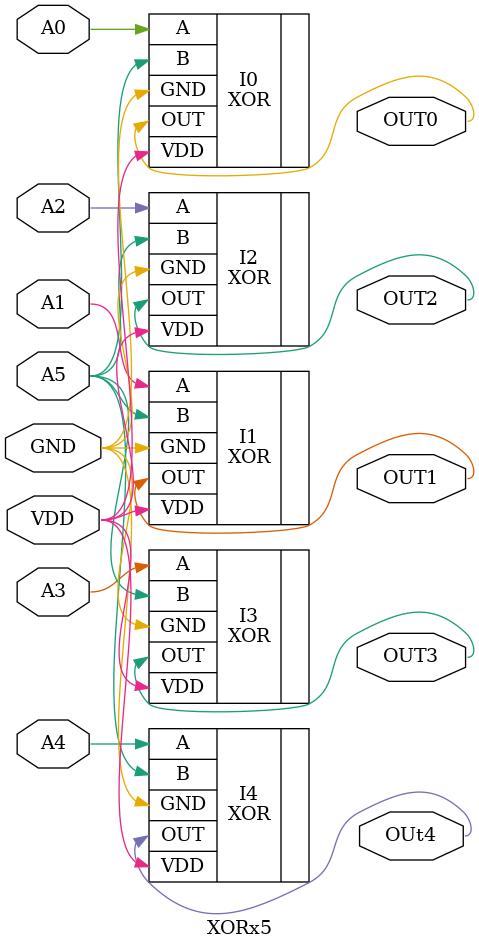
<source format=v>

module XORx5 (
A0,A1,A2,A3,A4,A5,VDD,GND,OUT0,OUT1,OUT2,OUT3,OUt4 );
input  A0;
input  A1;
input  A2;
input  A3;
input  A4;
input  A5;
input  VDD;
input  GND;
output  OUT0;
output  OUT1;
output  OUT2;
output  OUT3;
output  OUt4;
wire VDD;
wire OUt4;
wire OUT0;
wire OUT3;
wire A1;
wire A0;
wire OUT2;
wire A2;
wire OUT1;
wire A5;
wire A4;
wire GND;
wire A3;

XOR    
 I4  ( .VDD( VDD ), .A( A4 ), .B( A5 ), .OUT( OUt4 ), .GND( GND ) );

XOR    
 I3  ( .VDD( VDD ), .A( A3 ), .B( A5 ), .OUT( OUT3 ), .GND( GND ) );

XOR    
 I2  ( .VDD( VDD ), .A( A2 ), .B( A5 ), .OUT( OUT2 ), .GND( GND ) );

XOR    
 I1  ( .VDD( VDD ), .A( A1 ), .B( A5 ), .OUT( OUT1 ), .GND( GND ) );

XOR    
 I0  ( .VDD( VDD ), .A( A0 ), .B( A5 ), .OUT( OUT0 ), .GND( GND ) );

endmodule


</source>
